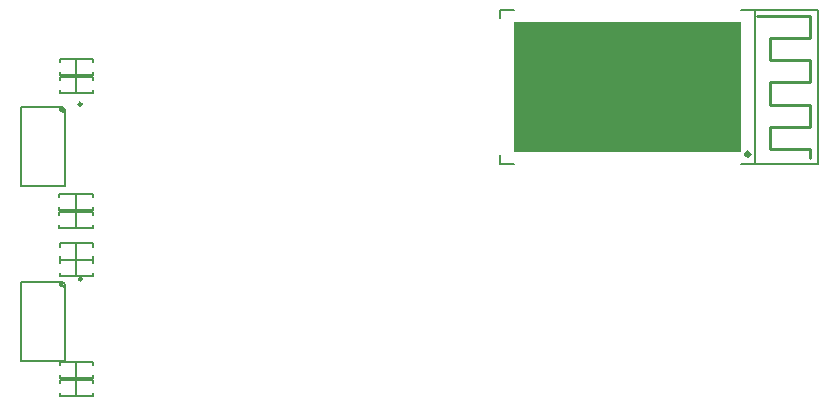
<source format=gbo>
G04 Layer_Color=16777215*
%FSLAX25Y25*%
%MOIN*%
G70*
G01*
G75*
%ADD32C,0.01500*%
%ADD40C,0.01000*%
%ADD45C,0.00984*%
%ADD46C,0.00787*%
%ADD47C,0.00591*%
%ADD49C,0.00500*%
G36*
X32996Y92665D02*
X33784Y91189D01*
X32996D01*
X31815Y92370D01*
Y92961D01*
X32996Y92665D01*
D02*
G37*
G36*
X259108Y136375D02*
X183616D01*
Y179409D01*
X259108D01*
Y136375D01*
D02*
G37*
G36*
X32996Y150894D02*
X33784Y149417D01*
X32996D01*
X31815Y150598D01*
Y151189D01*
X32996Y150894D01*
D02*
G37*
D32*
X261858Y135409D02*
G03*
X261858Y135409I-500J0D01*
G01*
D40*
X264488Y181532D02*
X282205D01*
Y174150D02*
Y181532D01*
X268917Y174150D02*
X282205D01*
X268917Y166768D02*
Y174150D01*
Y166768D02*
X282205D01*
Y159386D02*
Y166768D01*
X268917Y159386D02*
X282205D01*
X268917Y152004D02*
Y159386D01*
Y152004D02*
X282205D01*
Y144622D02*
Y152004D01*
X268917Y144622D02*
X282205D01*
X268917Y137240D02*
Y144622D01*
Y137240D02*
X282205D01*
Y134311D02*
Y137240D01*
D45*
X39394Y93945D02*
G03*
X39394Y93945I-492J0D01*
G01*
Y152173D02*
G03*
X39394Y152173I-492J0D01*
G01*
D46*
X31815Y92961D02*
G03*
X33587Y91189I1772J0D01*
G01*
X31815Y151189D02*
G03*
X33587Y149417I1772J0D01*
G01*
X19217Y92961D02*
X32898D01*
X33784Y92075D01*
Y66583D02*
Y92075D01*
X33587Y91189D02*
X33784D01*
X19217Y66583D02*
X33784D01*
X19217D02*
Y92961D01*
Y151189D02*
X32898D01*
X33784Y150303D01*
Y124811D02*
Y150303D01*
X33587Y149417D02*
X33784D01*
X19217Y124811D02*
X33784D01*
X19217D02*
Y151189D01*
D47*
X37524Y60744D02*
Y66256D01*
X32012Y60744D02*
Y61925D01*
Y60744D02*
X43035D01*
Y61925D01*
Y65075D02*
Y66256D01*
X32012D02*
X43035D01*
X32012Y65075D02*
Y66256D01*
X37524Y54744D02*
Y60256D01*
X32012Y54744D02*
Y55925D01*
Y54744D02*
X43035D01*
Y55925D01*
Y59075D02*
Y60256D01*
X32012D02*
X43035D01*
X32012Y59075D02*
Y60256D01*
X37524Y94744D02*
Y100256D01*
X32012Y94744D02*
Y95925D01*
Y94744D02*
X43035D01*
Y95925D01*
Y99075D02*
Y100256D01*
X32012D02*
X43035D01*
X32012Y99075D02*
Y100256D01*
X37524Y100244D02*
Y105756D01*
X32012Y100244D02*
Y101425D01*
Y100244D02*
X43035D01*
Y101425D01*
Y104575D02*
Y105756D01*
X32012D02*
X43035D01*
X32012Y104575D02*
Y105756D01*
X37500Y110744D02*
Y116256D01*
X31988Y110744D02*
Y111925D01*
Y110744D02*
X43012D01*
Y111925D01*
Y115075D02*
Y116256D01*
X31988D02*
X43012D01*
X31988Y115075D02*
Y116256D01*
X37500Y116744D02*
Y122256D01*
X31988Y116744D02*
Y117925D01*
Y116744D02*
X43012D01*
Y117925D01*
Y121075D02*
Y122256D01*
X31988D02*
X43012D01*
X31988Y121075D02*
Y122256D01*
X37524Y161744D02*
Y167256D01*
X32012Y161744D02*
Y162925D01*
Y161744D02*
X43035D01*
Y162925D01*
Y166075D02*
Y167256D01*
X32012D02*
X43035D01*
X32012Y166075D02*
Y167256D01*
X37524Y155744D02*
Y161256D01*
X32012Y155744D02*
Y156925D01*
Y155744D02*
X43035D01*
Y156925D01*
Y160075D02*
Y161256D01*
X32012D02*
X43035D01*
X32012Y160075D02*
Y161256D01*
D49*
X284764Y132319D02*
Y183500D01*
X263858D02*
X284764D01*
X263858Y132319D02*
X284764D01*
X263858D02*
Y183500D01*
X178858Y180744D02*
Y183500D01*
X183583D01*
X259173D02*
X263858D01*
X259173Y132319D02*
X263858D01*
X178858D02*
X183583D01*
X178858D02*
Y135075D01*
M02*

</source>
